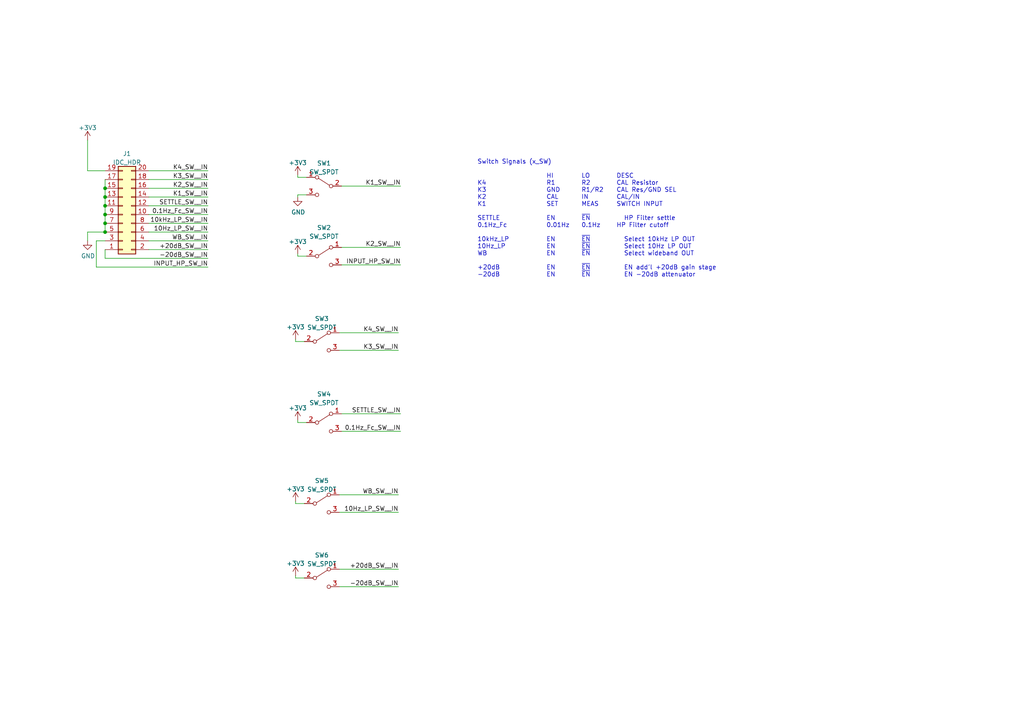
<source format=kicad_sch>
(kicad_sch (version 20211123) (generator eeschema)

  (uuid ace05daa-7a86-4558-bf58-e621ae4c3b2c)

  (paper "A4")

  (lib_symbols
    (symbol "Connector_Generic:Conn_02x10_Odd_Even" (pin_names (offset 1.016) hide) (in_bom yes) (on_board yes)
      (property "Reference" "J" (id 0) (at 1.27 12.7 0)
        (effects (font (size 1.27 1.27)))
      )
      (property "Value" "Conn_02x10_Odd_Even" (id 1) (at 1.27 -15.24 0)
        (effects (font (size 1.27 1.27)))
      )
      (property "Footprint" "" (id 2) (at 0 0 0)
        (effects (font (size 1.27 1.27)) hide)
      )
      (property "Datasheet" "~" (id 3) (at 0 0 0)
        (effects (font (size 1.27 1.27)) hide)
      )
      (property "ki_keywords" "connector" (id 4) (at 0 0 0)
        (effects (font (size 1.27 1.27)) hide)
      )
      (property "ki_description" "Generic connector, double row, 02x10, odd/even pin numbering scheme (row 1 odd numbers, row 2 even numbers), script generated (kicad-library-utils/schlib/autogen/connector/)" (id 5) (at 0 0 0)
        (effects (font (size 1.27 1.27)) hide)
      )
      (property "ki_fp_filters" "Connector*:*_2x??_*" (id 6) (at 0 0 0)
        (effects (font (size 1.27 1.27)) hide)
      )
      (symbol "Conn_02x10_Odd_Even_1_1"
        (rectangle (start -1.27 -12.573) (end 0 -12.827)
          (stroke (width 0.1524) (type default) (color 0 0 0 0))
          (fill (type none))
        )
        (rectangle (start -1.27 -10.033) (end 0 -10.287)
          (stroke (width 0.1524) (type default) (color 0 0 0 0))
          (fill (type none))
        )
        (rectangle (start -1.27 -7.493) (end 0 -7.747)
          (stroke (width 0.1524) (type default) (color 0 0 0 0))
          (fill (type none))
        )
        (rectangle (start -1.27 -4.953) (end 0 -5.207)
          (stroke (width 0.1524) (type default) (color 0 0 0 0))
          (fill (type none))
        )
        (rectangle (start -1.27 -2.413) (end 0 -2.667)
          (stroke (width 0.1524) (type default) (color 0 0 0 0))
          (fill (type none))
        )
        (rectangle (start -1.27 0.127) (end 0 -0.127)
          (stroke (width 0.1524) (type default) (color 0 0 0 0))
          (fill (type none))
        )
        (rectangle (start -1.27 2.667) (end 0 2.413)
          (stroke (width 0.1524) (type default) (color 0 0 0 0))
          (fill (type none))
        )
        (rectangle (start -1.27 5.207) (end 0 4.953)
          (stroke (width 0.1524) (type default) (color 0 0 0 0))
          (fill (type none))
        )
        (rectangle (start -1.27 7.747) (end 0 7.493)
          (stroke (width 0.1524) (type default) (color 0 0 0 0))
          (fill (type none))
        )
        (rectangle (start -1.27 10.287) (end 0 10.033)
          (stroke (width 0.1524) (type default) (color 0 0 0 0))
          (fill (type none))
        )
        (rectangle (start -1.27 11.43) (end 3.81 -13.97)
          (stroke (width 0.254) (type default) (color 0 0 0 0))
          (fill (type background))
        )
        (rectangle (start 3.81 -12.573) (end 2.54 -12.827)
          (stroke (width 0.1524) (type default) (color 0 0 0 0))
          (fill (type none))
        )
        (rectangle (start 3.81 -10.033) (end 2.54 -10.287)
          (stroke (width 0.1524) (type default) (color 0 0 0 0))
          (fill (type none))
        )
        (rectangle (start 3.81 -7.493) (end 2.54 -7.747)
          (stroke (width 0.1524) (type default) (color 0 0 0 0))
          (fill (type none))
        )
        (rectangle (start 3.81 -4.953) (end 2.54 -5.207)
          (stroke (width 0.1524) (type default) (color 0 0 0 0))
          (fill (type none))
        )
        (rectangle (start 3.81 -2.413) (end 2.54 -2.667)
          (stroke (width 0.1524) (type default) (color 0 0 0 0))
          (fill (type none))
        )
        (rectangle (start 3.81 0.127) (end 2.54 -0.127)
          (stroke (width 0.1524) (type default) (color 0 0 0 0))
          (fill (type none))
        )
        (rectangle (start 3.81 2.667) (end 2.54 2.413)
          (stroke (width 0.1524) (type default) (color 0 0 0 0))
          (fill (type none))
        )
        (rectangle (start 3.81 5.207) (end 2.54 4.953)
          (stroke (width 0.1524) (type default) (color 0 0 0 0))
          (fill (type none))
        )
        (rectangle (start 3.81 7.747) (end 2.54 7.493)
          (stroke (width 0.1524) (type default) (color 0 0 0 0))
          (fill (type none))
        )
        (rectangle (start 3.81 10.287) (end 2.54 10.033)
          (stroke (width 0.1524) (type default) (color 0 0 0 0))
          (fill (type none))
        )
        (pin passive line (at -5.08 10.16 0) (length 3.81)
          (name "Pin_1" (effects (font (size 1.27 1.27))))
          (number "1" (effects (font (size 1.27 1.27))))
        )
        (pin passive line (at 7.62 0 180) (length 3.81)
          (name "Pin_10" (effects (font (size 1.27 1.27))))
          (number "10" (effects (font (size 1.27 1.27))))
        )
        (pin passive line (at -5.08 -2.54 0) (length 3.81)
          (name "Pin_11" (effects (font (size 1.27 1.27))))
          (number "11" (effects (font (size 1.27 1.27))))
        )
        (pin passive line (at 7.62 -2.54 180) (length 3.81)
          (name "Pin_12" (effects (font (size 1.27 1.27))))
          (number "12" (effects (font (size 1.27 1.27))))
        )
        (pin passive line (at -5.08 -5.08 0) (length 3.81)
          (name "Pin_13" (effects (font (size 1.27 1.27))))
          (number "13" (effects (font (size 1.27 1.27))))
        )
        (pin passive line (at 7.62 -5.08 180) (length 3.81)
          (name "Pin_14" (effects (font (size 1.27 1.27))))
          (number "14" (effects (font (size 1.27 1.27))))
        )
        (pin passive line (at -5.08 -7.62 0) (length 3.81)
          (name "Pin_15" (effects (font (size 1.27 1.27))))
          (number "15" (effects (font (size 1.27 1.27))))
        )
        (pin passive line (at 7.62 -7.62 180) (length 3.81)
          (name "Pin_16" (effects (font (size 1.27 1.27))))
          (number "16" (effects (font (size 1.27 1.27))))
        )
        (pin passive line (at -5.08 -10.16 0) (length 3.81)
          (name "Pin_17" (effects (font (size 1.27 1.27))))
          (number "17" (effects (font (size 1.27 1.27))))
        )
        (pin passive line (at 7.62 -10.16 180) (length 3.81)
          (name "Pin_18" (effects (font (size 1.27 1.27))))
          (number "18" (effects (font (size 1.27 1.27))))
        )
        (pin passive line (at -5.08 -12.7 0) (length 3.81)
          (name "Pin_19" (effects (font (size 1.27 1.27))))
          (number "19" (effects (font (size 1.27 1.27))))
        )
        (pin passive line (at 7.62 10.16 180) (length 3.81)
          (name "Pin_2" (effects (font (size 1.27 1.27))))
          (number "2" (effects (font (size 1.27 1.27))))
        )
        (pin passive line (at 7.62 -12.7 180) (length 3.81)
          (name "Pin_20" (effects (font (size 1.27 1.27))))
          (number "20" (effects (font (size 1.27 1.27))))
        )
        (pin passive line (at -5.08 7.62 0) (length 3.81)
          (name "Pin_3" (effects (font (size 1.27 1.27))))
          (number "3" (effects (font (size 1.27 1.27))))
        )
        (pin passive line (at 7.62 7.62 180) (length 3.81)
          (name "Pin_4" (effects (font (size 1.27 1.27))))
          (number "4" (effects (font (size 1.27 1.27))))
        )
        (pin passive line (at -5.08 5.08 0) (length 3.81)
          (name "Pin_5" (effects (font (size 1.27 1.27))))
          (number "5" (effects (font (size 1.27 1.27))))
        )
        (pin passive line (at 7.62 5.08 180) (length 3.81)
          (name "Pin_6" (effects (font (size 1.27 1.27))))
          (number "6" (effects (font (size 1.27 1.27))))
        )
        (pin passive line (at -5.08 2.54 0) (length 3.81)
          (name "Pin_7" (effects (font (size 1.27 1.27))))
          (number "7" (effects (font (size 1.27 1.27))))
        )
        (pin passive line (at 7.62 2.54 180) (length 3.81)
          (name "Pin_8" (effects (font (size 1.27 1.27))))
          (number "8" (effects (font (size 1.27 1.27))))
        )
        (pin passive line (at -5.08 0 0) (length 3.81)
          (name "Pin_9" (effects (font (size 1.27 1.27))))
          (number "9" (effects (font (size 1.27 1.27))))
        )
      )
    )
    (symbol "Switch:SW_SPDT" (pin_names (offset 0) hide) (in_bom yes) (on_board yes)
      (property "Reference" "SW" (id 0) (at 0 4.318 0)
        (effects (font (size 1.27 1.27)))
      )
      (property "Value" "SW_SPDT" (id 1) (at 0 -5.08 0)
        (effects (font (size 1.27 1.27)))
      )
      (property "Footprint" "" (id 2) (at 0 0 0)
        (effects (font (size 1.27 1.27)) hide)
      )
      (property "Datasheet" "~" (id 3) (at 0 0 0)
        (effects (font (size 1.27 1.27)) hide)
      )
      (property "ki_keywords" "switch single-pole double-throw spdt ON-ON" (id 4) (at 0 0 0)
        (effects (font (size 1.27 1.27)) hide)
      )
      (property "ki_description" "Switch, single pole double throw" (id 5) (at 0 0 0)
        (effects (font (size 1.27 1.27)) hide)
      )
      (symbol "SW_SPDT_0_0"
        (circle (center -2.032 0) (radius 0.508)
          (stroke (width 0) (type default) (color 0 0 0 0))
          (fill (type none))
        )
        (circle (center 2.032 -2.54) (radius 0.508)
          (stroke (width 0) (type default) (color 0 0 0 0))
          (fill (type none))
        )
      )
      (symbol "SW_SPDT_0_1"
        (polyline
          (pts
            (xy -1.524 0.254)
            (xy 1.651 2.286)
          )
          (stroke (width 0) (type default) (color 0 0 0 0))
          (fill (type none))
        )
        (circle (center 2.032 2.54) (radius 0.508)
          (stroke (width 0) (type default) (color 0 0 0 0))
          (fill (type none))
        )
      )
      (symbol "SW_SPDT_1_1"
        (pin passive line (at 5.08 2.54 180) (length 2.54)
          (name "A" (effects (font (size 1.27 1.27))))
          (number "1" (effects (font (size 1.27 1.27))))
        )
        (pin passive line (at -5.08 0 0) (length 2.54)
          (name "B" (effects (font (size 1.27 1.27))))
          (number "2" (effects (font (size 1.27 1.27))))
        )
        (pin passive line (at 5.08 -2.54 180) (length 2.54)
          (name "C" (effects (font (size 1.27 1.27))))
          (number "3" (effects (font (size 1.27 1.27))))
        )
      )
    )
    (symbol "power:+3V3" (power) (pin_names (offset 0)) (in_bom yes) (on_board yes)
      (property "Reference" "#PWR" (id 0) (at 0 -3.81 0)
        (effects (font (size 1.27 1.27)) hide)
      )
      (property "Value" "+3V3" (id 1) (at 0 3.556 0)
        (effects (font (size 1.27 1.27)))
      )
      (property "Footprint" "" (id 2) (at 0 0 0)
        (effects (font (size 1.27 1.27)) hide)
      )
      (property "Datasheet" "" (id 3) (at 0 0 0)
        (effects (font (size 1.27 1.27)) hide)
      )
      (property "ki_keywords" "power-flag" (id 4) (at 0 0 0)
        (effects (font (size 1.27 1.27)) hide)
      )
      (property "ki_description" "Power symbol creates a global label with name \"+3V3\"" (id 5) (at 0 0 0)
        (effects (font (size 1.27 1.27)) hide)
      )
      (symbol "+3V3_0_1"
        (polyline
          (pts
            (xy -0.762 1.27)
            (xy 0 2.54)
          )
          (stroke (width 0) (type default) (color 0 0 0 0))
          (fill (type none))
        )
        (polyline
          (pts
            (xy 0 0)
            (xy 0 2.54)
          )
          (stroke (width 0) (type default) (color 0 0 0 0))
          (fill (type none))
        )
        (polyline
          (pts
            (xy 0 2.54)
            (xy 0.762 1.27)
          )
          (stroke (width 0) (type default) (color 0 0 0 0))
          (fill (type none))
        )
      )
      (symbol "+3V3_1_1"
        (pin power_in line (at 0 0 90) (length 0) hide
          (name "+3V3" (effects (font (size 1.27 1.27))))
          (number "1" (effects (font (size 1.27 1.27))))
        )
      )
    )
    (symbol "power:GND" (power) (pin_names (offset 0)) (in_bom yes) (on_board yes)
      (property "Reference" "#PWR" (id 0) (at 0 -6.35 0)
        (effects (font (size 1.27 1.27)) hide)
      )
      (property "Value" "GND" (id 1) (at 0 -3.81 0)
        (effects (font (size 1.27 1.27)))
      )
      (property "Footprint" "" (id 2) (at 0 0 0)
        (effects (font (size 1.27 1.27)) hide)
      )
      (property "Datasheet" "" (id 3) (at 0 0 0)
        (effects (font (size 1.27 1.27)) hide)
      )
      (property "ki_keywords" "power-flag" (id 4) (at 0 0 0)
        (effects (font (size 1.27 1.27)) hide)
      )
      (property "ki_description" "Power symbol creates a global label with name \"GND\" , ground" (id 5) (at 0 0 0)
        (effects (font (size 1.27 1.27)) hide)
      )
      (symbol "GND_0_1"
        (polyline
          (pts
            (xy 0 0)
            (xy 0 -1.27)
            (xy 1.27 -1.27)
            (xy 0 -2.54)
            (xy -1.27 -1.27)
            (xy 0 -1.27)
          )
          (stroke (width 0) (type default) (color 0 0 0 0))
          (fill (type none))
        )
      )
      (symbol "GND_1_1"
        (pin power_in line (at 0 0 270) (length 0) hide
          (name "GND" (effects (font (size 1.27 1.27))))
          (number "1" (effects (font (size 1.27 1.27))))
        )
      )
    )
  )

  (junction (at 30.48 59.69) (diameter 0) (color 0 0 0 0)
    (uuid 113f6acf-fb2a-4d02-a1f7-c4fd53d8af12)
  )
  (junction (at 30.48 64.77) (diameter 0) (color 0 0 0 0)
    (uuid 134d9d54-b2b1-4029-8960-8cf18e19031d)
  )
  (junction (at 30.48 67.31) (diameter 0) (color 0 0 0 0)
    (uuid 1cc638bd-1382-4f3a-b0af-63e3cf3b4797)
  )
  (junction (at 30.48 62.23) (diameter 0) (color 0 0 0 0)
    (uuid 2e257f38-6f9f-4331-b44e-a62207d01f99)
  )
  (junction (at 30.48 57.15) (diameter 0) (color 0 0 0 0)
    (uuid c46505ef-6fd0-4be8-a5ff-107c027900d7)
  )
  (junction (at 30.48 54.61) (diameter 0) (color 0 0 0 0)
    (uuid f29345cf-9076-4757-bbad-d911b58d4513)
  )

  (wire (pts (xy 98.425 96.52) (xy 115.57 96.52))
    (stroke (width 0) (type default) (color 0 0 0 0))
    (uuid 0221afb4-abed-42b9-aac6-43afa4f0d419)
  )
  (wire (pts (xy 30.48 52.07) (xy 30.48 54.61))
    (stroke (width 0) (type default) (color 0 0 0 0))
    (uuid 025d7886-05f4-461e-bafa-e7ff730979ba)
  )
  (wire (pts (xy 99.06 125.095) (xy 116.205 125.095))
    (stroke (width 0) (type default) (color 0 0 0 0))
    (uuid 058d47bc-e62c-42fa-b7ff-9ff566fa2c4e)
  )
  (wire (pts (xy 98.425 101.6) (xy 115.57 101.6))
    (stroke (width 0) (type default) (color 0 0 0 0))
    (uuid 09462339-384b-4cdd-8241-0d82252f9e6c)
  )
  (wire (pts (xy 88.9 74.295) (xy 86.36 74.295))
    (stroke (width 0) (type default) (color 0 0 0 0))
    (uuid 101e1f0a-982f-43a6-80df-c19ca06840e1)
  )
  (wire (pts (xy 85.725 99.06) (xy 85.725 98.425))
    (stroke (width 0) (type default) (color 0 0 0 0))
    (uuid 10e17c97-a3ab-4014-9ce4-29a6328a8b8e)
  )
  (wire (pts (xy 43.18 64.77) (xy 60.325 64.77))
    (stroke (width 0) (type default) (color 0 0 0 0))
    (uuid 16f7d04d-35f2-4a37-a65a-fbf2704b6735)
  )
  (wire (pts (xy 85.725 146.05) (xy 85.725 145.415))
    (stroke (width 0) (type default) (color 0 0 0 0))
    (uuid 217e6718-f72c-4dd2-bfcb-8a7325a43b9d)
  )
  (wire (pts (xy 88.265 99.06) (xy 85.725 99.06))
    (stroke (width 0) (type default) (color 0 0 0 0))
    (uuid 246b48bf-4c64-4f51-8f8f-9137089f33c8)
  )
  (wire (pts (xy 43.18 62.23) (xy 60.325 62.23))
    (stroke (width 0) (type default) (color 0 0 0 0))
    (uuid 2ae6a9e2-789f-46bc-a25f-17317c7d1ec2)
  )
  (wire (pts (xy 30.48 62.23) (xy 30.48 64.77))
    (stroke (width 0) (type default) (color 0 0 0 0))
    (uuid 333c6031-3513-4b8c-991a-e4bb69ffddcd)
  )
  (wire (pts (xy 86.36 56.515) (xy 88.9 56.515))
    (stroke (width 0) (type default) (color 0 0 0 0))
    (uuid 3486d1ae-e462-4e48-b2dc-06d0c1f4d8f7)
  )
  (wire (pts (xy 86.36 74.295) (xy 86.36 73.66))
    (stroke (width 0) (type default) (color 0 0 0 0))
    (uuid 3a81bc58-9770-4ee9-b001-0574f01ee1dd)
  )
  (wire (pts (xy 99.06 53.975) (xy 116.205 53.975))
    (stroke (width 0) (type default) (color 0 0 0 0))
    (uuid 3e9d6f6c-1a4c-44b6-b63d-938bcfd5bc6a)
  )
  (wire (pts (xy 43.18 54.61) (xy 60.325 54.61))
    (stroke (width 0) (type default) (color 0 0 0 0))
    (uuid 425a8e62-5315-4c6e-bf23-826270b72185)
  )
  (wire (pts (xy 88.265 167.64) (xy 85.725 167.64))
    (stroke (width 0) (type default) (color 0 0 0 0))
    (uuid 4b895635-f1c2-44d8-8121-47de75acfebc)
  )
  (wire (pts (xy 27.94 77.47) (xy 60.325 77.47))
    (stroke (width 0) (type default) (color 0 0 0 0))
    (uuid 4d259a04-2042-496f-9eb5-80a75f20bd4b)
  )
  (wire (pts (xy 25.4 49.53) (xy 30.48 49.53))
    (stroke (width 0) (type default) (color 0 0 0 0))
    (uuid 50fb8d35-f2a9-4a8d-8d5f-a8b94019c58d)
  )
  (wire (pts (xy 43.18 59.69) (xy 60.325 59.69))
    (stroke (width 0) (type default) (color 0 0 0 0))
    (uuid 53d286e2-eb21-45fe-ade8-cf72cbb14534)
  )
  (wire (pts (xy 30.48 64.77) (xy 30.48 67.31))
    (stroke (width 0) (type default) (color 0 0 0 0))
    (uuid 55aff611-441f-4a87-9143-f0be356d9761)
  )
  (wire (pts (xy 98.425 165.1) (xy 115.57 165.1))
    (stroke (width 0) (type default) (color 0 0 0 0))
    (uuid 595f0000-68ab-49a1-97a6-590c0296e5a5)
  )
  (wire (pts (xy 30.48 69.85) (xy 27.94 69.85))
    (stroke (width 0) (type default) (color 0 0 0 0))
    (uuid 6a4301fa-c820-4c83-aee7-172a993a957d)
  )
  (wire (pts (xy 30.48 59.69) (xy 30.48 62.23))
    (stroke (width 0) (type default) (color 0 0 0 0))
    (uuid 7370ad62-bd7d-4a4c-aaa3-7dbe0f163103)
  )
  (wire (pts (xy 85.725 167.64) (xy 85.725 167.005))
    (stroke (width 0) (type default) (color 0 0 0 0))
    (uuid 760c7df4-8780-4f2a-b1c1-e063e2953f25)
  )
  (wire (pts (xy 25.4 40.64) (xy 25.4 49.53))
    (stroke (width 0) (type default) (color 0 0 0 0))
    (uuid 76330669-2d56-441a-ba28-cfd9b9fa57ae)
  )
  (wire (pts (xy 43.18 57.15) (xy 60.325 57.15))
    (stroke (width 0) (type default) (color 0 0 0 0))
    (uuid 79df690e-08fe-4f68-8ce2-1ae0420e8c31)
  )
  (wire (pts (xy 30.48 54.61) (xy 30.48 57.15))
    (stroke (width 0) (type default) (color 0 0 0 0))
    (uuid 7c49982d-7414-4176-ae47-9b59b85437dc)
  )
  (wire (pts (xy 30.48 74.93) (xy 60.325 74.93))
    (stroke (width 0) (type default) (color 0 0 0 0))
    (uuid 7db18afd-8d79-4502-a488-a4b0c63e4265)
  )
  (wire (pts (xy 25.4 67.31) (xy 25.4 69.85))
    (stroke (width 0) (type default) (color 0 0 0 0))
    (uuid 7e73c75c-5258-436e-b78b-f3064687a2f6)
  )
  (wire (pts (xy 86.36 51.435) (xy 86.36 50.8))
    (stroke (width 0) (type default) (color 0 0 0 0))
    (uuid 8232df05-bffd-442f-aa6f-0380ba1e4502)
  )
  (wire (pts (xy 88.9 51.435) (xy 86.36 51.435))
    (stroke (width 0) (type default) (color 0 0 0 0))
    (uuid 87fab296-79dc-4307-beeb-e1098d170bb1)
  )
  (wire (pts (xy 25.4 67.31) (xy 30.48 67.31))
    (stroke (width 0) (type default) (color 0 0 0 0))
    (uuid 8a82eb56-9a59-4611-a7f4-9244a41b9edd)
  )
  (wire (pts (xy 98.425 170.18) (xy 115.57 170.18))
    (stroke (width 0) (type default) (color 0 0 0 0))
    (uuid 8f3b0ead-ef36-4709-bccc-18ae10bf1f01)
  )
  (wire (pts (xy 88.265 146.05) (xy 85.725 146.05))
    (stroke (width 0) (type default) (color 0 0 0 0))
    (uuid 96a6c692-b60b-414e-a114-2e619204fefa)
  )
  (wire (pts (xy 43.18 52.07) (xy 60.325 52.07))
    (stroke (width 0) (type default) (color 0 0 0 0))
    (uuid a05adc34-3406-414b-a9b6-11162cb5cba4)
  )
  (wire (pts (xy 88.9 122.555) (xy 86.36 122.555))
    (stroke (width 0) (type default) (color 0 0 0 0))
    (uuid a20b7563-abca-4980-82ef-805afe1c185d)
  )
  (wire (pts (xy 86.36 122.555) (xy 86.36 121.92))
    (stroke (width 0) (type default) (color 0 0 0 0))
    (uuid a63ac8a8-d962-4673-8892-5efe83a52c34)
  )
  (wire (pts (xy 99.06 120.015) (xy 116.205 120.015))
    (stroke (width 0) (type default) (color 0 0 0 0))
    (uuid b1ec03d7-f2a5-46e3-8858-bbe3a6f1cb48)
  )
  (wire (pts (xy 27.94 69.85) (xy 27.94 77.47))
    (stroke (width 0) (type default) (color 0 0 0 0))
    (uuid b69e63d0-d6c9-4929-a3e4-b197b4c41b63)
  )
  (wire (pts (xy 43.18 67.31) (xy 60.325 67.31))
    (stroke (width 0) (type default) (color 0 0 0 0))
    (uuid ba9faf4d-587b-45cb-ac11-664bd1dbb511)
  )
  (wire (pts (xy 98.425 143.51) (xy 115.57 143.51))
    (stroke (width 0) (type default) (color 0 0 0 0))
    (uuid c1b13799-04aa-4a47-9006-5f34d3c2a571)
  )
  (wire (pts (xy 43.18 49.53) (xy 60.325 49.53))
    (stroke (width 0) (type default) (color 0 0 0 0))
    (uuid c462069d-9cf9-4f95-9263-969aebae6ee7)
  )
  (wire (pts (xy 98.425 148.59) (xy 115.57 148.59))
    (stroke (width 0) (type default) (color 0 0 0 0))
    (uuid dc9be441-30a4-40e5-946c-0f7ea2ba14dd)
  )
  (wire (pts (xy 99.06 76.835) (xy 116.205 76.835))
    (stroke (width 0) (type default) (color 0 0 0 0))
    (uuid ddbaeb8d-2c53-478a-b083-4aa4c5532b64)
  )
  (wire (pts (xy 43.18 69.85) (xy 60.325 69.85))
    (stroke (width 0) (type default) (color 0 0 0 0))
    (uuid ec7035fa-beed-43fd-9210-737041652e66)
  )
  (wire (pts (xy 99.06 71.755) (xy 116.205 71.755))
    (stroke (width 0) (type default) (color 0 0 0 0))
    (uuid eff1ca84-f4c1-4346-b554-eaa73f6fc951)
  )
  (wire (pts (xy 30.48 57.15) (xy 30.48 59.69))
    (stroke (width 0) (type default) (color 0 0 0 0))
    (uuid f02f81d8-ff50-4070-b0d9-5291bb90618d)
  )
  (wire (pts (xy 30.48 72.39) (xy 30.48 74.93))
    (stroke (width 0) (type default) (color 0 0 0 0))
    (uuid f173baa0-8030-42ad-ab47-ca79715cf7c4)
  )
  (wire (pts (xy 86.36 57.15) (xy 86.36 56.515))
    (stroke (width 0) (type default) (color 0 0 0 0))
    (uuid fa90397c-d24f-4136-8310-663727baa73a)
  )
  (wire (pts (xy 43.18 72.39) (xy 60.325 72.39))
    (stroke (width 0) (type default) (color 0 0 0 0))
    (uuid fd426b23-57df-4c7e-b343-a8d0dae03b4f)
  )

  (text "Switch Signals (x_SW)\n\n				HI		LO		DESC\nK4				R1		R2		CAL Resistor\nK3				GND		R1/R2	CAL Res/GND SEL\nK2				CAL		IN		CAL/IN\nK1				SET		MEAS	SWITCH INPUT\n\nSETTLE			EN		~{EN}		HP Filter settle\n0.1Hz_Fc		0.01Hz	0.1Hz	HP Filter cutoff\n\n10kHz_LP		EN		~{EN}		Select 10kHz LP OUT\n10Hz_LP			EN		~{EN}		Select 10Hz LP OUT\nWB				EN		~{EN}		Select wideband OUT\n\n+20dB			EN		~{EN}		EN add'l +20dB gain stage\n-20dB			EN		~{EN}		EN -20dB attenuator\n	"
    (at 138.43 82.55 0)
    (effects (font (size 1.27 1.27)) (justify left bottom))
    (uuid 4aa1d7b5-f039-4b3f-b33a-c4b637c38392)
  )

  (label "10Hz_LP_SW__IN" (at 115.57 148.59 180)
    (effects (font (size 1.27 1.27)) (justify right bottom))
    (uuid 0a96b9e8-45d6-475d-9e1c-76ef29518b97)
  )
  (label "10kHz_LP_SW__IN" (at 60.325 64.77 180)
    (effects (font (size 1.27 1.27)) (justify right bottom))
    (uuid 18a009b9-1c2d-4bd8-b4c9-9f5d4170bcb8)
  )
  (label "K4_SW__IN" (at 60.325 49.53 180)
    (effects (font (size 1.27 1.27)) (justify right bottom))
    (uuid 1a1b3457-1ea8-4cf8-bbf5-dbab4349a925)
  )
  (label "K2_SW__IN" (at 116.205 71.755 180)
    (effects (font (size 1.27 1.27)) (justify right bottom))
    (uuid 22af32a5-5c47-4cfb-b975-144ae2ddce23)
  )
  (label "K1_SW__IN" (at 60.325 57.15 180)
    (effects (font (size 1.27 1.27)) (justify right bottom))
    (uuid 36bad44f-d2cd-402e-9d8a-c4e4d024b344)
  )
  (label "0.1Hz_Fc_SW__IN" (at 116.205 125.095 180)
    (effects (font (size 1.27 1.27)) (justify right bottom))
    (uuid 3878e0c8-62a2-4fd0-8e1b-5544c01a980c)
  )
  (label "+20dB_SW__IN" (at 115.57 165.1 180)
    (effects (font (size 1.27 1.27)) (justify right bottom))
    (uuid 3cefa536-92b0-40f3-b44e-d506e1bcc768)
  )
  (label "-20dB_SW__IN" (at 115.57 170.18 180)
    (effects (font (size 1.27 1.27)) (justify right bottom))
    (uuid 44e8c5f7-6360-495a-9889-0aad8428c287)
  )
  (label "K1_SW__IN" (at 116.205 53.975 180)
    (effects (font (size 1.27 1.27)) (justify right bottom))
    (uuid 46b2e492-746c-44b5-a795-339fbda9207a)
  )
  (label "K3_SW__IN" (at 60.325 52.07 180)
    (effects (font (size 1.27 1.27)) (justify right bottom))
    (uuid 6106f41c-7131-4c57-933c-8e8355b86f47)
  )
  (label "WB_SW__IN" (at 60.325 69.85 180)
    (effects (font (size 1.27 1.27)) (justify right bottom))
    (uuid 6830b73a-c644-4583-927a-4f6b630737e3)
  )
  (label "SETTLE_SW__IN" (at 60.325 59.69 180)
    (effects (font (size 1.27 1.27)) (justify right bottom))
    (uuid 746c4974-b599-4466-8488-d4638659171d)
  )
  (label "-20dB_SW__IN" (at 60.325 74.93 180)
    (effects (font (size 1.27 1.27)) (justify right bottom))
    (uuid 8fea9885-8689-488a-8340-05e37a9aaac0)
  )
  (label "K4_SW__IN" (at 115.57 96.52 180)
    (effects (font (size 1.27 1.27)) (justify right bottom))
    (uuid 906ea629-b9c4-4964-8e63-60bd6288dbff)
  )
  (label "10Hz_LP_SW__IN" (at 60.325 67.31 180)
    (effects (font (size 1.27 1.27)) (justify right bottom))
    (uuid 99793226-dee0-4c84-9a11-c5a92d734c89)
  )
  (label "+20dB_SW__IN" (at 60.325 72.39 180)
    (effects (font (size 1.27 1.27)) (justify right bottom))
    (uuid 9fe5ee3e-561e-414d-aebc-50a1aa3cedfe)
  )
  (label "K3_SW__IN" (at 115.57 101.6 180)
    (effects (font (size 1.27 1.27)) (justify right bottom))
    (uuid b4f9e1a3-e49e-40e0-8baa-c0e58a169623)
  )
  (label "INPUT_HP_SW_IN" (at 116.205 76.835 180)
    (effects (font (size 1.27 1.27)) (justify right bottom))
    (uuid ba7ffb50-5494-4b2a-9ff3-c95c266e5b04)
  )
  (label "INPUT_HP_SW_IN" (at 60.325 77.47 180)
    (effects (font (size 1.27 1.27)) (justify right bottom))
    (uuid caaaed88-329c-4e0f-9c2f-7daeb5bea1f3)
  )
  (label "0.1Hz_Fc_SW__IN" (at 60.325 62.23 180)
    (effects (font (size 1.27 1.27)) (justify right bottom))
    (uuid d4c78c26-e96f-4998-871d-b89d971b8b8f)
  )
  (label "SETTLE_SW__IN" (at 116.205 120.015 180)
    (effects (font (size 1.27 1.27)) (justify right bottom))
    (uuid d66a831e-6145-4809-8a13-196beb35c66d)
  )
  (label "WB_SW__IN" (at 115.57 143.51 180)
    (effects (font (size 1.27 1.27)) (justify right bottom))
    (uuid df890831-47a0-4215-95dc-21655156c79b)
  )
  (label "K2_SW__IN" (at 60.325 54.61 180)
    (effects (font (size 1.27 1.27)) (justify right bottom))
    (uuid ff6214f0-fdbc-4d66-a65c-0521d9b717e3)
  )

  (symbol (lib_id "Switch:SW_SPDT") (at 93.98 122.555 0) (unit 1)
    (in_bom yes) (on_board yes) (fields_autoplaced)
    (uuid 00763944-1be4-44b7-82ca-6938b2c86d16)
    (property "Reference" "SW4" (id 0) (at 93.98 114.3 0))
    (property "Value" "SW_SPDT" (id 1) (at 93.98 116.84 0))
    (property "Footprint" "Button_Switch_THT:SW_SPDT_4.7_mm" (id 2) (at 93.98 122.555 0)
      (effects (font (size 1.27 1.27)) hide)
    )
    (property "Datasheet" "~" (id 3) (at 93.98 122.555 0)
      (effects (font (size 1.27 1.27)) hide)
    )
    (pin "1" (uuid 5af38f6d-69da-4c2d-bc9f-63d10e9ab148))
    (pin "2" (uuid d107ceb1-5da1-4f75-93b8-687d715ec099))
    (pin "3" (uuid 65006e08-5a0a-48b7-831f-4b56f1edc773))
  )

  (symbol (lib_id "power:+3V3") (at 85.725 145.415 0) (unit 1)
    (in_bom yes) (on_board yes) (fields_autoplaced)
    (uuid 0caa2e55-e758-484e-af60-978d3a6e306f)
    (property "Reference" "#PWR0102" (id 0) (at 85.725 149.225 0)
      (effects (font (size 1.27 1.27)) hide)
    )
    (property "Value" "+3V3" (id 1) (at 85.725 141.8392 0))
    (property "Footprint" "" (id 2) (at 85.725 145.415 0)
      (effects (font (size 1.27 1.27)) hide)
    )
    (property "Datasheet" "" (id 3) (at 85.725 145.415 0)
      (effects (font (size 1.27 1.27)) hide)
    )
    (pin "1" (uuid 7eb9b95e-25d1-4005-8daf-39ad5c8b4258))
  )

  (symbol (lib_id "power:+3V3") (at 25.4 40.64 0) (unit 1)
    (in_bom yes) (on_board yes) (fields_autoplaced)
    (uuid 1460afb9-5ecc-49da-9b79-f7cf765cf3cd)
    (property "Reference" "#PWR03" (id 0) (at 25.4 44.45 0)
      (effects (font (size 1.27 1.27)) hide)
    )
    (property "Value" "+3V3" (id 1) (at 25.4 37.0642 0))
    (property "Footprint" "" (id 2) (at 25.4 40.64 0)
      (effects (font (size 1.27 1.27)) hide)
    )
    (property "Datasheet" "" (id 3) (at 25.4 40.64 0)
      (effects (font (size 1.27 1.27)) hide)
    )
    (pin "1" (uuid f415f309-c475-4480-ad1d-9ff289c13bed))
  )

  (symbol (lib_id "power:+3V3") (at 85.725 167.005 0) (unit 1)
    (in_bom yes) (on_board yes) (fields_autoplaced)
    (uuid 15ee2d44-be56-4c76-a207-e79aabbadcf8)
    (property "Reference" "#PWR0101" (id 0) (at 85.725 170.815 0)
      (effects (font (size 1.27 1.27)) hide)
    )
    (property "Value" "+3V3" (id 1) (at 85.725 163.4292 0))
    (property "Footprint" "" (id 2) (at 85.725 167.005 0)
      (effects (font (size 1.27 1.27)) hide)
    )
    (property "Datasheet" "" (id 3) (at 85.725 167.005 0)
      (effects (font (size 1.27 1.27)) hide)
    )
    (pin "1" (uuid c1f50092-8f42-4e26-ab9c-d148606cd89e))
  )

  (symbol (lib_id "power:+3V3") (at 86.36 121.92 0) (unit 1)
    (in_bom yes) (on_board yes) (fields_autoplaced)
    (uuid 1d8d1898-6c7e-4562-965c-d1f6cf7a5cf1)
    (property "Reference" "#PWR010" (id 0) (at 86.36 125.73 0)
      (effects (font (size 1.27 1.27)) hide)
    )
    (property "Value" "+3V3" (id 1) (at 86.36 118.3442 0))
    (property "Footprint" "" (id 2) (at 86.36 121.92 0)
      (effects (font (size 1.27 1.27)) hide)
    )
    (property "Datasheet" "" (id 3) (at 86.36 121.92 0)
      (effects (font (size 1.27 1.27)) hide)
    )
    (pin "1" (uuid 6bfaa407-8927-4606-b7c1-30dab2bd4965))
  )

  (symbol (lib_id "Switch:SW_SPDT") (at 93.98 53.975 0) (mirror y) (unit 1)
    (in_bom yes) (on_board yes) (fields_autoplaced)
    (uuid 2f86ae0c-8ff1-455f-a617-f11c43eb5c5b)
    (property "Reference" "SW1" (id 0) (at 93.98 47.3542 0))
    (property "Value" "SW_SPDT" (id 1) (at 93.98 49.8911 0))
    (property "Footprint" "Button_Switch_THT:SW_SPDT_4.7_mm" (id 2) (at 93.98 53.975 0)
      (effects (font (size 1.27 1.27)) hide)
    )
    (property "Datasheet" "~" (id 3) (at 93.98 53.975 0)
      (effects (font (size 1.27 1.27)) hide)
    )
    (pin "1" (uuid b6ae1b39-7b7d-4ff2-af95-b7ba28466960))
    (pin "2" (uuid 48858dc5-0719-450a-818d-2746f64733ef))
    (pin "3" (uuid af6d6810-5525-4c93-b1dc-c22baafc790c))
  )

  (symbol (lib_id "power:GND") (at 86.36 57.15 0) (unit 1)
    (in_bom yes) (on_board yes)
    (uuid 36b76a21-4f84-4c65-8d72-82a1958d73a9)
    (property "Reference" "#PWR02" (id 0) (at 86.36 63.5 0)
      (effects (font (size 1.27 1.27)) hide)
    )
    (property "Value" "GND" (id 1) (at 86.487 61.5442 0))
    (property "Footprint" "" (id 2) (at 86.36 57.15 0)
      (effects (font (size 1.27 1.27)) hide)
    )
    (property "Datasheet" "" (id 3) (at 86.36 57.15 0)
      (effects (font (size 1.27 1.27)) hide)
    )
    (pin "1" (uuid 60efd49e-7435-4111-91aa-dbb608b6bfdc))
  )

  (symbol (lib_id "Connector_Generic:Conn_02x10_Odd_Even") (at 35.56 62.23 0) (mirror x) (unit 1)
    (in_bom yes) (on_board yes) (fields_autoplaced)
    (uuid 3d3db81b-3ea8-4c0e-a5ff-0af24c68dd69)
    (property "Reference" "J1" (id 0) (at 36.83 44.5602 0))
    (property "Value" "IDC_HDR" (id 1) (at 36.83 47.0971 0))
    (property "Footprint" "Connector_PinHeader_1.27mm:PinHeader_2x10_P1.27mm_Vertical" (id 2) (at 35.56 62.23 0)
      (effects (font (size 1.27 1.27)) hide)
    )
    (property "Datasheet" "~" (id 3) (at 35.56 62.23 0)
      (effects (font (size 1.27 1.27)) hide)
    )
    (pin "1" (uuid 50baaee5-a73d-4646-83c7-c45a2206c3fd))
    (pin "10" (uuid 7f810beb-baad-47ae-a20b-bdb7488adf8c))
    (pin "11" (uuid e722d3e3-5f15-486b-9b07-f905f6ee5704))
    (pin "12" (uuid 996386b7-6bb9-41b6-a902-36f471cb86b3))
    (pin "13" (uuid dd8eb506-37ab-4ba8-a794-6ca744607dab))
    (pin "14" (uuid 15fd32ca-ed28-4c34-9f83-19f6bb5e6ad0))
    (pin "15" (uuid ce1df3a3-e1ea-4110-9f74-8551746bf899))
    (pin "16" (uuid 964a3971-05f0-4289-9bd6-a8dfe77db86a))
    (pin "17" (uuid 4a9437f4-b485-42f3-b4cb-5db581011c50))
    (pin "18" (uuid 03a129f2-d186-4f1c-aefe-d521b883e5a3))
    (pin "19" (uuid b7e9c824-a34c-46e4-8aa3-412da70272d6))
    (pin "2" (uuid b2a205e6-5f4c-4e95-b5c3-788220d979d3))
    (pin "20" (uuid fe7cd9f9-3fc0-4157-a286-14779dcbbe88))
    (pin "3" (uuid ab1cc292-2900-4f27-a8e2-2f54381fc60c))
    (pin "4" (uuid bdbd8bcc-6946-41b8-b3aa-a1f53191e613))
    (pin "5" (uuid cbf791fc-8c17-4c57-ac47-8d88ae5307e6))
    (pin "6" (uuid 9f5db9e1-9c12-41ac-961f-d17d5ac13c73))
    (pin "7" (uuid 14489eb5-f146-4ac8-a5c5-79679e193227))
    (pin "8" (uuid 76699790-b234-41ce-84d7-04c702c64ff2))
    (pin "9" (uuid 0a225a51-5462-4cd4-8dc5-b793924c30f6))
  )

  (symbol (lib_id "power:+3V3") (at 86.36 50.8 0) (unit 1)
    (in_bom yes) (on_board yes) (fields_autoplaced)
    (uuid 3f9f7849-4ac3-486c-b1b6-3f97a4cb22d9)
    (property "Reference" "#PWR01" (id 0) (at 86.36 54.61 0)
      (effects (font (size 1.27 1.27)) hide)
    )
    (property "Value" "+3V3" (id 1) (at 86.36 47.2242 0))
    (property "Footprint" "" (id 2) (at 86.36 50.8 0)
      (effects (font (size 1.27 1.27)) hide)
    )
    (property "Datasheet" "" (id 3) (at 86.36 50.8 0)
      (effects (font (size 1.27 1.27)) hide)
    )
    (pin "1" (uuid 51dbf79f-3e27-43d9-9d38-6408438d1398))
  )

  (symbol (lib_id "Switch:SW_SPDT") (at 93.98 74.295 0) (unit 1)
    (in_bom yes) (on_board yes) (fields_autoplaced)
    (uuid 6b92b3a4-9daf-4133-830c-223a18ef04f6)
    (property "Reference" "SW2" (id 0) (at 93.98 66.04 0))
    (property "Value" "SW_SPDT" (id 1) (at 93.98 68.58 0))
    (property "Footprint" "Button_Switch_THT:SW_SPDT_4.7_mm" (id 2) (at 93.98 74.295 0)
      (effects (font (size 1.27 1.27)) hide)
    )
    (property "Datasheet" "~" (id 3) (at 93.98 74.295 0)
      (effects (font (size 1.27 1.27)) hide)
    )
    (pin "1" (uuid c08a832f-04c2-4b58-8907-77d23755c18e))
    (pin "2" (uuid e78b3c25-574a-4bcd-988c-4cfab55d9062))
    (pin "3" (uuid 748db4a2-7a4b-4914-87db-13032e25b5d3))
  )

  (symbol (lib_id "power:GND") (at 25.4 69.85 0) (unit 1)
    (in_bom yes) (on_board yes)
    (uuid d43fd3c7-3598-44d1-8400-4046b93b746c)
    (property "Reference" "#PWR07" (id 0) (at 25.4 76.2 0)
      (effects (font (size 1.27 1.27)) hide)
    )
    (property "Value" "GND" (id 1) (at 25.527 74.2442 0))
    (property "Footprint" "" (id 2) (at 25.4 69.85 0)
      (effects (font (size 1.27 1.27)) hide)
    )
    (property "Datasheet" "" (id 3) (at 25.4 69.85 0)
      (effects (font (size 1.27 1.27)) hide)
    )
    (pin "1" (uuid bd68dbf8-dc81-46ae-84d9-2721d6d71ba0))
  )

  (symbol (lib_id "power:+3V3") (at 85.725 98.425 0) (unit 1)
    (in_bom yes) (on_board yes) (fields_autoplaced)
    (uuid d8ca316f-3f88-4d77-b83a-8cc6b64c7eb3)
    (property "Reference" "#PWR08" (id 0) (at 85.725 102.235 0)
      (effects (font (size 1.27 1.27)) hide)
    )
    (property "Value" "+3V3" (id 1) (at 85.725 94.8492 0))
    (property "Footprint" "" (id 2) (at 85.725 98.425 0)
      (effects (font (size 1.27 1.27)) hide)
    )
    (property "Datasheet" "" (id 3) (at 85.725 98.425 0)
      (effects (font (size 1.27 1.27)) hide)
    )
    (pin "1" (uuid c5730363-c471-4668-99ee-a142c754f96a))
  )

  (symbol (lib_id "Switch:SW_SPDT") (at 93.345 99.06 0) (unit 1)
    (in_bom yes) (on_board yes) (fields_autoplaced)
    (uuid da3d8442-8306-4e46-b390-e68ce485de27)
    (property "Reference" "SW3" (id 0) (at 93.345 92.4392 0))
    (property "Value" "SW_SPDT" (id 1) (at 93.345 94.9761 0))
    (property "Footprint" "Button_Switch_THT:SW_SPDT_4.7_mm" (id 2) (at 93.345 99.06 0)
      (effects (font (size 1.27 1.27)) hide)
    )
    (property "Datasheet" "~" (id 3) (at 93.345 99.06 0)
      (effects (font (size 1.27 1.27)) hide)
    )
    (pin "1" (uuid 026bf183-d2af-4feb-b767-200ac12f7b38))
    (pin "2" (uuid 18689bf9-6177-4df5-8e3b-2127bb261b51))
    (pin "3" (uuid 8a30542d-91bf-49f1-970d-1f563f750bfb))
  )

  (symbol (lib_id "Switch:SW_SPDT") (at 93.345 167.64 0) (unit 1)
    (in_bom yes) (on_board yes) (fields_autoplaced)
    (uuid de5cc396-4054-4516-bf8b-c5f474e16ee3)
    (property "Reference" "SW6" (id 0) (at 93.345 161.0192 0))
    (property "Value" "SW_SPDT" (id 1) (at 93.345 163.5561 0))
    (property "Footprint" "Button_Switch_THT:SW_SPDT_4.7_mm" (id 2) (at 93.345 167.64 0)
      (effects (font (size 1.27 1.27)) hide)
    )
    (property "Datasheet" "~" (id 3) (at 93.345 167.64 0)
      (effects (font (size 1.27 1.27)) hide)
    )
    (pin "1" (uuid 979df5ca-f9a3-4683-967f-767c45611917))
    (pin "2" (uuid b535794b-d00f-46e3-bb86-1bdcc1f6b7ff))
    (pin "3" (uuid a3b54b02-0039-4599-9364-f586c75c57f9))
  )

  (symbol (lib_id "power:+3V3") (at 86.36 73.66 0) (unit 1)
    (in_bom yes) (on_board yes) (fields_autoplaced)
    (uuid e5afdcb9-9ae0-4571-aba2-6394cfa4dbd0)
    (property "Reference" "#PWR04" (id 0) (at 86.36 77.47 0)
      (effects (font (size 1.27 1.27)) hide)
    )
    (property "Value" "+3V3" (id 1) (at 86.36 70.0842 0))
    (property "Footprint" "" (id 2) (at 86.36 73.66 0)
      (effects (font (size 1.27 1.27)) hide)
    )
    (property "Datasheet" "" (id 3) (at 86.36 73.66 0)
      (effects (font (size 1.27 1.27)) hide)
    )
    (pin "1" (uuid 2393cd80-51cf-4cb2-8029-35c5c6a24797))
  )

  (symbol (lib_id "Switch:SW_SPDT") (at 93.345 146.05 0) (unit 1)
    (in_bom yes) (on_board yes) (fields_autoplaced)
    (uuid f1e5cdea-76ae-469b-b211-d14bfa9dc7d0)
    (property "Reference" "SW5" (id 0) (at 93.345 139.4292 0))
    (property "Value" "SW_SPDT" (id 1) (at 93.345 141.9661 0))
    (property "Footprint" "Button_Switch_THT:SW_SPDT_4.7_mm" (id 2) (at 93.345 146.05 0)
      (effects (font (size 1.27 1.27)) hide)
    )
    (property "Datasheet" "~" (id 3) (at 93.345 146.05 0)
      (effects (font (size 1.27 1.27)) hide)
    )
    (pin "1" (uuid 95c1e033-36be-43fb-96e7-635e2e1230af))
    (pin "2" (uuid ddece733-3a24-4502-b356-0a72ae4e6377))
    (pin "3" (uuid 64e4776d-af50-43dc-94c6-1c81d7a2b421))
  )

  (sheet_instances
    (path "/" (page "1"))
  )

  (symbol_instances
    (path "/3f9f7849-4ac3-486c-b1b6-3f97a4cb22d9"
      (reference "#PWR01") (unit 1) (value "+3V3") (footprint "")
    )
    (path "/36b76a21-4f84-4c65-8d72-82a1958d73a9"
      (reference "#PWR02") (unit 1) (value "GND") (footprint "")
    )
    (path "/1460afb9-5ecc-49da-9b79-f7cf765cf3cd"
      (reference "#PWR03") (unit 1) (value "+3V3") (footprint "")
    )
    (path "/e5afdcb9-9ae0-4571-aba2-6394cfa4dbd0"
      (reference "#PWR04") (unit 1) (value "+3V3") (footprint "")
    )
    (path "/d43fd3c7-3598-44d1-8400-4046b93b746c"
      (reference "#PWR07") (unit 1) (value "GND") (footprint "")
    )
    (path "/d8ca316f-3f88-4d77-b83a-8cc6b64c7eb3"
      (reference "#PWR08") (unit 1) (value "+3V3") (footprint "")
    )
    (path "/1d8d1898-6c7e-4562-965c-d1f6cf7a5cf1"
      (reference "#PWR010") (unit 1) (value "+3V3") (footprint "")
    )
    (path "/15ee2d44-be56-4c76-a207-e79aabbadcf8"
      (reference "#PWR0101") (unit 1) (value "+3V3") (footprint "")
    )
    (path "/0caa2e55-e758-484e-af60-978d3a6e306f"
      (reference "#PWR0102") (unit 1) (value "+3V3") (footprint "")
    )
    (path "/3d3db81b-3ea8-4c0e-a5ff-0af24c68dd69"
      (reference "J1") (unit 1) (value "IDC_HDR") (footprint "Connector_PinHeader_1.27mm:PinHeader_2x10_P1.27mm_Vertical")
    )
    (path "/2f86ae0c-8ff1-455f-a617-f11c43eb5c5b"
      (reference "SW1") (unit 1) (value "SW_SPDT") (footprint "Button_Switch_THT:SW_SPDT_4.7_mm")
    )
    (path "/6b92b3a4-9daf-4133-830c-223a18ef04f6"
      (reference "SW2") (unit 1) (value "SW_SPDT") (footprint "Button_Switch_THT:SW_SPDT_4.7_mm")
    )
    (path "/da3d8442-8306-4e46-b390-e68ce485de27"
      (reference "SW3") (unit 1) (value "SW_SPDT") (footprint "Button_Switch_THT:SW_SPDT_4.7_mm")
    )
    (path "/00763944-1be4-44b7-82ca-6938b2c86d16"
      (reference "SW4") (unit 1) (value "SW_SPDT") (footprint "Button_Switch_THT:SW_SPDT_4.7_mm")
    )
    (path "/f1e5cdea-76ae-469b-b211-d14bfa9dc7d0"
      (reference "SW5") (unit 1) (value "SW_SPDT") (footprint "Button_Switch_THT:SW_SPDT_4.7_mm")
    )
    (path "/de5cc396-4054-4516-bf8b-c5f474e16ee3"
      (reference "SW6") (unit 1) (value "SW_SPDT") (footprint "Button_Switch_THT:SW_SPDT_4.7_mm")
    )
  )
)

</source>
